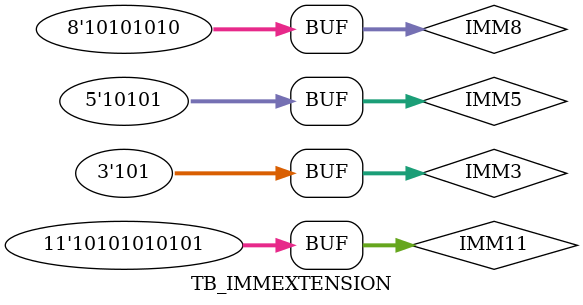
<source format=v>
`timescale 10ns/1ps
module TB_IMMEXTENSION;
	reg  [2:0] IMM3;
	reg  [4:0] IMM5;
	reg  [7:0] IMM8;
	reg  [10:0] IMM11;
	wire [31:0] IMM3_EX;
	wire [31:0] IMM5_EX;
	wire [31:0] IMM8_EX;
	wire [31:0] IMM11_EX;
	

// module IMMEXTENSION (IMM3,IMM5,IMM8,IMM11,IMM3_EX,IMM5_EX,IMM8_EX,IMM11_EX);

IMMEXTENSION immextension
(
	.IMM3     (IMM3),
	.IMM5     (IMM5),
	.IMM8     (IMM8),
	.IMM11    (IMM11),
	.IMM3_EX  (IMM3_EX),
 	.IMM5_EX  (IMM5_EX),
	.IMM8_EX  (IMM8_EX),
	.IMM11_EX (IMM11_EX)
);

initial begin
	IMM3 = 3'b101;
	IMM5 = 5'b10101;
	IMM8 = 8'b10101010;
	IMM11 = 11'b10101010101;
	#1;
end


endmodule


</source>
